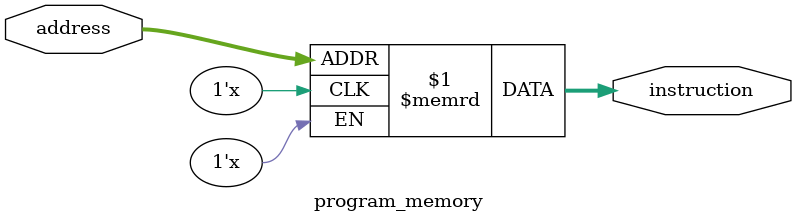
<source format=sv>
module program_memory(
    input logic [7:0] address,
    output logic [15:0] instruction
);
    logic [15:0] rom[255:0];
    assign instruction = rom[address];
endmodule
</source>
